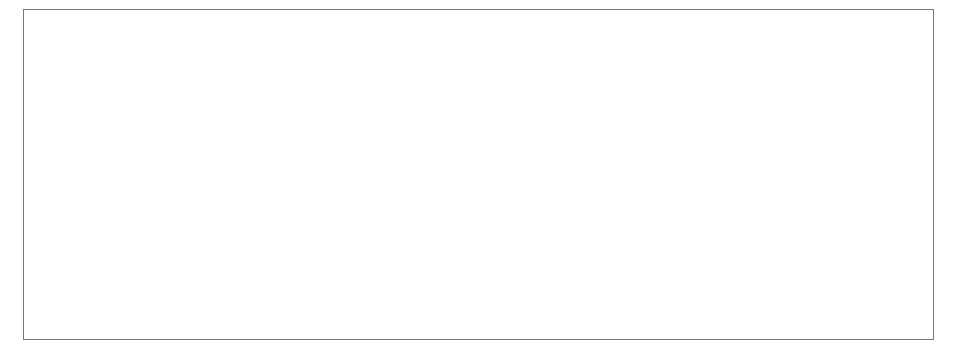
<source format=gm1>
G04 #@! TF.GenerationSoftware,KiCad,Pcbnew,(5.1.5)-3*
G04 #@! TF.CreationDate,2020-09-01T16:09:18+01:00*
G04 #@! TF.ProjectId,groveToPi,67726f76-6554-46f5-9069-2e6b69636164,1.1.0*
G04 #@! TF.SameCoordinates,Original*
G04 #@! TF.FileFunction,Profile,NP*
%FSLAX46Y46*%
G04 Gerber Fmt 4.6, Leading zero omitted, Abs format (unit mm)*
G04 Created by KiCad (PCBNEW (5.1.5)-3) date 2020-09-01 16:09:18*
%MOMM*%
%LPD*%
G04 APERTURE LIST*
%ADD10C,0.050000*%
G04 APERTURE END LIST*
D10*
X160000000Y-119000000D02*
X83000000Y-119000000D01*
X83000000Y-91000000D02*
X160000000Y-91000000D01*
X83000000Y-91000000D02*
X83000000Y-119000000D01*
X160000000Y-91000000D02*
X160000000Y-119000000D01*
M02*

</source>
